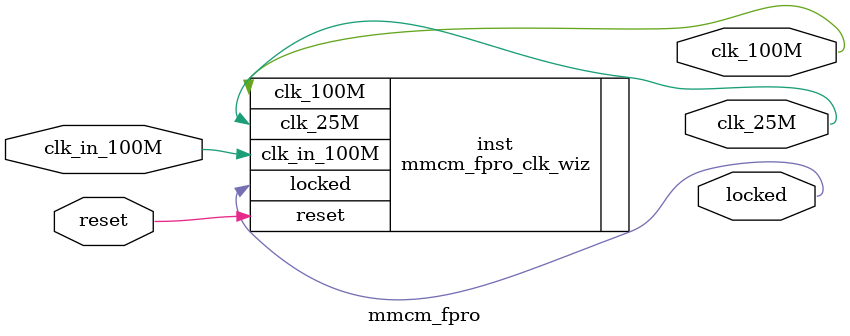
<source format=v>


`timescale 1ps/1ps

(* CORE_GENERATION_INFO = "mmcm_fpro,clk_wiz_v6_0_4_0_0,{component_name=mmcm_fpro,use_phase_alignment=true,use_min_o_jitter=false,use_max_i_jitter=false,use_dyn_phase_shift=false,use_inclk_switchover=false,use_dyn_reconfig=false,enable_axi=0,feedback_source=FDBK_AUTO,PRIMITIVE=MMCM,num_out_clk=2,clkin1_period=10.000,clkin2_period=10.000,use_power_down=false,use_reset=true,use_locked=true,use_inclk_stopped=false,feedback_type=SINGLE,CLOCK_MGR_TYPE=NA,manual_override=false}" *)

module mmcm_fpro 
 (
  // Clock out ports
  output        clk_100M,
  output        clk_25M,
  // Status and control signals
  input         reset,
  output        locked,
 // Clock in ports
  input         clk_in_100M
 );

  mmcm_fpro_clk_wiz inst
  (
  // Clock out ports  
  .clk_100M(clk_100M),
  .clk_25M(clk_25M),
  // Status and control signals               
  .reset(reset), 
  .locked(locked),
 // Clock in ports
  .clk_in_100M(clk_in_100M)
  );

endmodule

</source>
